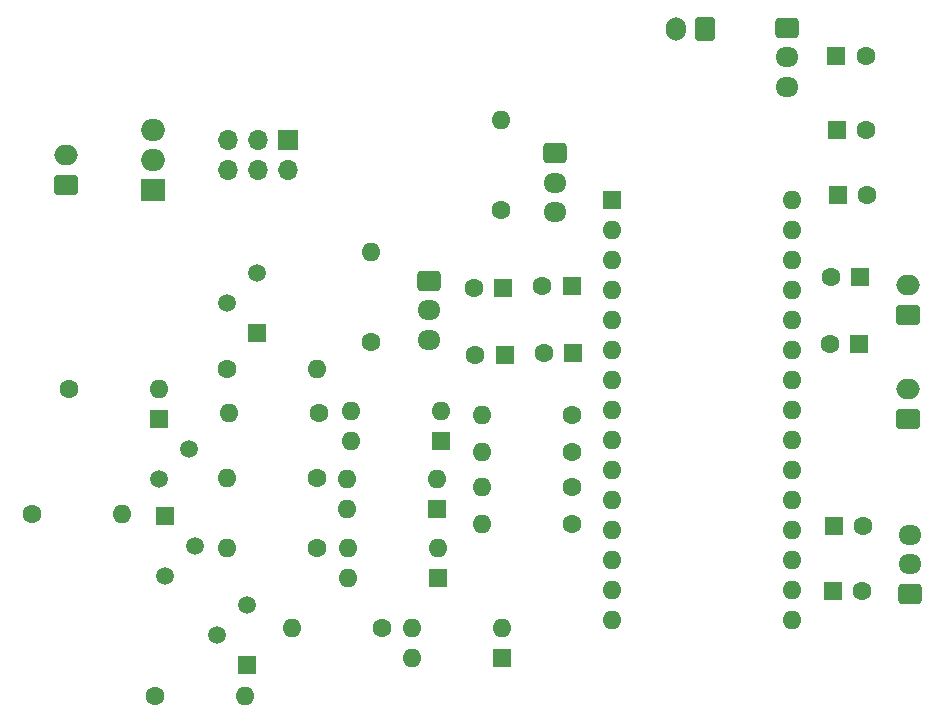
<source format=gbr>
%TF.GenerationSoftware,KiCad,Pcbnew,8.0.2*%
%TF.CreationDate,2024-12-10T11:29:45+01:00*%
%TF.ProjectId,R4I_LINEAR_ACTUATOR_CONTROL,5234495f-4c49-44e4-9541-525f41435455,rev?*%
%TF.SameCoordinates,Original*%
%TF.FileFunction,Soldermask,Top*%
%TF.FilePolarity,Negative*%
%FSLAX46Y46*%
G04 Gerber Fmt 4.6, Leading zero omitted, Abs format (unit mm)*
G04 Created by KiCad (PCBNEW 8.0.2) date 2024-12-10 11:29:45*
%MOMM*%
%LPD*%
G01*
G04 APERTURE LIST*
G04 Aperture macros list*
%AMRoundRect*
0 Rectangle with rounded corners*
0 $1 Rounding radius*
0 $2 $3 $4 $5 $6 $7 $8 $9 X,Y pos of 4 corners*
0 Add a 4 corners polygon primitive as box body*
4,1,4,$2,$3,$4,$5,$6,$7,$8,$9,$2,$3,0*
0 Add four circle primitives for the rounded corners*
1,1,$1+$1,$2,$3*
1,1,$1+$1,$4,$5*
1,1,$1+$1,$6,$7*
1,1,$1+$1,$8,$9*
0 Add four rect primitives between the rounded corners*
20,1,$1+$1,$2,$3,$4,$5,0*
20,1,$1+$1,$4,$5,$6,$7,0*
20,1,$1+$1,$6,$7,$8,$9,0*
20,1,$1+$1,$8,$9,$2,$3,0*%
G04 Aperture macros list end*
%ADD10R,1.600000X1.600000*%
%ADD11C,1.600000*%
%ADD12O,1.600000X1.600000*%
%ADD13RoundRect,0.250000X0.750000X-0.600000X0.750000X0.600000X-0.750000X0.600000X-0.750000X-0.600000X0*%
%ADD14O,2.000000X1.700000*%
%ADD15R,1.700000X1.700000*%
%ADD16O,1.700000X1.700000*%
%ADD17R,1.500000X1.500000*%
%ADD18C,1.500000*%
%ADD19RoundRect,0.250000X-0.725000X0.600000X-0.725000X-0.600000X0.725000X-0.600000X0.725000X0.600000X0*%
%ADD20O,1.950000X1.700000*%
%ADD21RoundRect,0.250000X0.725000X-0.600000X0.725000X0.600000X-0.725000X0.600000X-0.725000X-0.600000X0*%
%ADD22R,2.000000X1.905000*%
%ADD23O,2.000000X1.905000*%
%ADD24RoundRect,0.250000X0.600000X0.750000X-0.600000X0.750000X-0.600000X-0.750000X0.600000X-0.750000X0*%
%ADD25O,1.700000X2.000000*%
G04 APERTURE END LIST*
D10*
%TO.C,C11*%
X124455113Y-96275000D03*
D11*
X121955113Y-96275000D03*
%TD*%
D10*
%TO.C,C10*%
X124505113Y-90600000D03*
D11*
X122005113Y-90600000D03*
%TD*%
%TO.C,R3*%
X78510000Y-107600000D03*
D12*
X70890000Y-107600000D03*
%TD*%
D11*
%TO.C,R6*%
X84010000Y-120300000D03*
D12*
X76390000Y-120300000D03*
%TD*%
D13*
%TO.C,J9*%
X128600000Y-102600000D03*
D14*
X128600000Y-100100000D03*
%TD*%
D10*
%TO.C,C9*%
X122194888Y-117200000D03*
D11*
X124694888Y-117200000D03*
%TD*%
%TO.C,R14*%
X100100000Y-102278000D03*
D12*
X92480000Y-102278000D03*
%TD*%
D10*
%TO.C,C8*%
X122294888Y-111700000D03*
D11*
X124794888Y-111700000D03*
%TD*%
D13*
%TO.C,J4*%
X128600000Y-93800000D03*
D14*
X128600000Y-91300000D03*
%TD*%
D15*
%TO.C,J6*%
X76080000Y-78960000D03*
D16*
X76080000Y-81500000D03*
X73540000Y-78960000D03*
X73540000Y-81500000D03*
X71000000Y-78960000D03*
X71000000Y-81500000D03*
%TD*%
D11*
%TO.C,R1*%
X94100000Y-84910000D03*
D12*
X94100000Y-77290000D03*
%TD*%
%TO.C,A1*%
X118740000Y-84100000D03*
X118740000Y-86640000D03*
X118740000Y-89180000D03*
X118740000Y-91720000D03*
X118740000Y-94260000D03*
X118740000Y-96800000D03*
X118740000Y-99340000D03*
X118740000Y-101880000D03*
X118740000Y-104420000D03*
X118740000Y-106960000D03*
X118740000Y-109500000D03*
X118740000Y-112040000D03*
X118740000Y-114580000D03*
X118740000Y-117120000D03*
X118740000Y-119660000D03*
X103500000Y-119660000D03*
X103500000Y-117120000D03*
X103500000Y-114580000D03*
X103500000Y-112040000D03*
X103500000Y-109500000D03*
X103500000Y-106960000D03*
X103500000Y-104420000D03*
X103500000Y-101880000D03*
X103500000Y-99340000D03*
X103500000Y-96800000D03*
X103500000Y-94260000D03*
X103500000Y-91720000D03*
X103500000Y-89180000D03*
X103500000Y-86640000D03*
D10*
X103500000Y-84100000D03*
%TD*%
D11*
%TO.C,R10*%
X70890000Y-98400000D03*
D12*
X78510000Y-98400000D03*
%TD*%
D17*
%TO.C,Q2*%
X72575000Y-123455000D03*
D18*
X70035000Y-120915000D03*
X72575000Y-118375000D03*
%TD*%
D11*
%TO.C,R13*%
X100090000Y-105400000D03*
D12*
X92470000Y-105400000D03*
%TD*%
D10*
%TO.C,C2*%
X122610000Y-83650000D03*
D11*
X125110000Y-83650000D03*
%TD*%
D10*
%TO.C,U3*%
X88800000Y-116075000D03*
D12*
X88800000Y-113535000D03*
X81180000Y-113535000D03*
X81180000Y-116075000D03*
%TD*%
D10*
%TO.C,C1*%
X122515112Y-78150000D03*
D11*
X125015112Y-78150000D03*
%TD*%
D17*
%TO.C,Q1*%
X65150000Y-102650000D03*
D18*
X67690000Y-105190000D03*
X65150000Y-107730000D03*
%TD*%
D11*
%TO.C,R12*%
X100100000Y-108400000D03*
D12*
X92480000Y-108400000D03*
%TD*%
D11*
%TO.C,C5*%
X91800000Y-91500000D03*
D10*
X94300000Y-91500000D03*
%TD*%
D13*
%TO.C,J8*%
X57300000Y-82800000D03*
D14*
X57300000Y-80300000D03*
%TD*%
D19*
%TO.C,J5*%
X118300000Y-69500000D03*
D20*
X118300000Y-72000000D03*
X118300000Y-74500000D03*
%TD*%
D11*
%TO.C,R5*%
X78510000Y-113500000D03*
D12*
X70890000Y-113500000D03*
%TD*%
D10*
%TO.C,C4*%
X100105113Y-91400000D03*
D11*
X97605113Y-91400000D03*
%TD*%
%TO.C,R7*%
X64790000Y-126100000D03*
D12*
X72410000Y-126100000D03*
%TD*%
D10*
%TO.C,U1*%
X89000000Y-104475000D03*
D12*
X89000000Y-101935000D03*
X81380000Y-101935000D03*
X81380000Y-104475000D03*
%TD*%
D10*
%TO.C,C7*%
X94405113Y-97200000D03*
D11*
X91905113Y-97200000D03*
%TD*%
%TO.C,R9*%
X57490000Y-100100000D03*
D12*
X65110000Y-100100000D03*
%TD*%
D21*
%TO.C,J1*%
X128700000Y-117400000D03*
D20*
X128700000Y-114900000D03*
X128700000Y-112400000D03*
%TD*%
D11*
%TO.C,R8*%
X54390000Y-110700000D03*
D12*
X62010000Y-110700000D03*
%TD*%
D19*
%TO.C,J3*%
X98700000Y-80100000D03*
D20*
X98700000Y-82600000D03*
X98700000Y-85100000D03*
%TD*%
D11*
%TO.C,R11*%
X100100000Y-111500000D03*
D12*
X92480000Y-111500000D03*
%TD*%
D10*
%TO.C,C6*%
X100205113Y-97000000D03*
D11*
X97705113Y-97000000D03*
%TD*%
D10*
%TO.C,U4*%
X94200000Y-122875000D03*
D12*
X94200000Y-120335000D03*
X86580000Y-120335000D03*
X86580000Y-122875000D03*
%TD*%
D17*
%TO.C,Q4*%
X65650000Y-110860000D03*
D18*
X68190000Y-113400000D03*
X65650000Y-115940000D03*
%TD*%
D22*
%TO.C,U6*%
X64600000Y-83200000D03*
D23*
X64600000Y-80660000D03*
X64600000Y-78120000D03*
%TD*%
D11*
%TO.C,R2*%
X83100000Y-96120000D03*
D12*
X83100000Y-88500000D03*
%TD*%
D24*
%TO.C,J7*%
X111400000Y-69600000D03*
D25*
X108900000Y-69600000D03*
%TD*%
D10*
%TO.C,C3*%
X122510000Y-71850000D03*
D11*
X125010000Y-71850000D03*
%TD*%
D10*
%TO.C,U2*%
X88700000Y-110275000D03*
D12*
X88700000Y-107735000D03*
X81080000Y-107735000D03*
X81080000Y-110275000D03*
%TD*%
D17*
%TO.C,Q3*%
X73450000Y-95350000D03*
D18*
X70910000Y-92810000D03*
X73450000Y-90270000D03*
%TD*%
D20*
%TO.C,J2*%
X88000000Y-95900000D03*
X88000000Y-93400000D03*
D19*
X88000000Y-90900000D03*
%TD*%
D11*
%TO.C,R4*%
X78710000Y-102100000D03*
D12*
X71090000Y-102100000D03*
%TD*%
M02*

</source>
